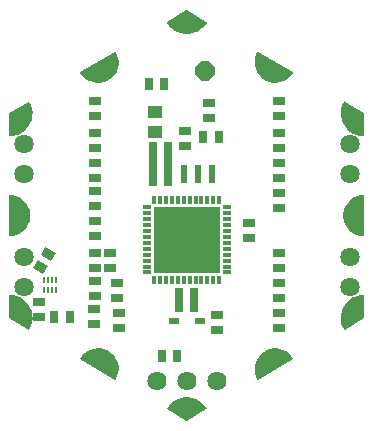
<source format=gbr>
G04 EAGLE Gerber RS-274X export*
G75*
%MOMM*%
%FSLAX34Y34*%
%LPD*%
%INSoldermask Bottom*%
%IPPOS*%
%AMOC8*
5,1,8,0,0,1.08239X$1,22.5*%
G01*
%ADD10R,0.801600X1.001600*%
%ADD11R,1.201600X1.101600*%
%ADD12P,1.759533X8X22.500000*%
%ADD13C,1.625600*%
%ADD14R,1.001600X0.801600*%
%ADD15R,0.355600X0.651600*%
%ADD16R,0.651600X0.355600*%
%ADD17R,5.701600X5.701600*%
%ADD18R,0.501600X1.501597*%
%ADD19C,1.101600*%
%ADD20C,1.631600*%
%ADD21R,0.251600X0.601600*%
%ADD22R,0.901600X0.601600*%

G36*
X-73116Y285545D02*
X-73116Y285545D01*
X-73082Y285553D01*
X-73034Y285554D01*
X-70279Y286093D01*
X-70246Y286106D01*
X-70199Y286115D01*
X-67570Y287100D01*
X-67540Y287118D01*
X-67495Y287135D01*
X-65064Y288539D01*
X-65038Y288562D01*
X-64996Y288586D01*
X-62829Y290371D01*
X-62807Y290398D01*
X-62769Y290428D01*
X-60925Y292545D01*
X-60908Y292576D01*
X-60877Y292612D01*
X-59406Y295004D01*
X-59394Y295036D01*
X-59369Y295077D01*
X-58313Y297679D01*
X-58306Y297713D01*
X-58288Y297757D01*
X-57674Y300497D01*
X-57673Y300532D01*
X-57663Y300579D01*
X-57508Y303382D01*
X-57513Y303417D01*
X-57510Y303465D01*
X-57819Y306255D01*
X-57830Y306288D01*
X-57835Y306336D01*
X-58599Y309038D01*
X-58615Y309069D01*
X-58628Y309115D01*
X-59826Y311654D01*
X-59844Y311678D01*
X-59854Y311705D01*
X-59902Y311757D01*
X-59945Y311814D01*
X-59970Y311828D01*
X-59990Y311850D01*
X-60055Y311878D01*
X-60117Y311914D01*
X-60146Y311918D01*
X-60172Y311929D01*
X-60244Y311930D01*
X-60314Y311939D01*
X-60342Y311931D01*
X-60371Y311932D01*
X-60465Y311897D01*
X-60505Y311885D01*
X-60514Y311879D01*
X-60527Y311874D01*
X-89972Y294874D01*
X-89994Y294854D01*
X-90020Y294842D01*
X-90053Y294805D01*
X-90059Y294801D01*
X-90064Y294794D01*
X-90068Y294789D01*
X-90121Y294742D01*
X-90134Y294716D01*
X-90153Y294694D01*
X-90176Y294627D01*
X-90207Y294563D01*
X-90208Y294533D01*
X-90217Y294506D01*
X-90212Y294435D01*
X-90216Y294364D01*
X-90205Y294336D01*
X-90203Y294307D01*
X-90161Y294217D01*
X-90146Y294178D01*
X-90139Y294169D01*
X-90133Y294157D01*
X-88533Y291850D01*
X-88508Y291826D01*
X-88480Y291786D01*
X-86523Y289773D01*
X-86494Y289754D01*
X-86460Y289719D01*
X-84198Y288056D01*
X-84167Y288042D01*
X-84128Y288013D01*
X-81623Y286745D01*
X-81589Y286736D01*
X-81546Y286714D01*
X-78867Y285876D01*
X-78832Y285873D01*
X-78786Y285858D01*
X-76005Y285473D01*
X-75970Y285475D01*
X-75923Y285468D01*
X-73116Y285545D01*
G37*
G36*
X60342Y34144D02*
X60342Y34144D01*
X60371Y34143D01*
X60465Y34178D01*
X60505Y34190D01*
X60514Y34196D01*
X60527Y34201D01*
X89972Y51201D01*
X89994Y51221D01*
X90020Y51233D01*
X90068Y51286D01*
X90121Y51333D01*
X90134Y51359D01*
X90153Y51381D01*
X90176Y51448D01*
X90207Y51512D01*
X90208Y51542D01*
X90217Y51569D01*
X90212Y51640D01*
X90216Y51711D01*
X90205Y51739D01*
X90203Y51768D01*
X90161Y51858D01*
X90146Y51897D01*
X90139Y51906D01*
X90133Y51918D01*
X88533Y54225D01*
X88508Y54249D01*
X88480Y54289D01*
X86523Y56302D01*
X86494Y56321D01*
X86460Y56356D01*
X84198Y58019D01*
X84167Y58033D01*
X84128Y58062D01*
X81623Y59330D01*
X81589Y59339D01*
X81546Y59361D01*
X78867Y60199D01*
X78832Y60202D01*
X78786Y60217D01*
X76005Y60602D01*
X75970Y60600D01*
X75923Y60607D01*
X73116Y60530D01*
X73082Y60522D01*
X73034Y60521D01*
X70279Y59982D01*
X70246Y59969D01*
X70199Y59960D01*
X67570Y58975D01*
X67540Y58957D01*
X67495Y58940D01*
X65064Y57536D01*
X65038Y57513D01*
X64996Y57489D01*
X62829Y55704D01*
X62807Y55677D01*
X62769Y55647D01*
X60925Y53530D01*
X60908Y53499D01*
X60877Y53463D01*
X59406Y51071D01*
X59394Y51039D01*
X59369Y50998D01*
X58313Y48396D01*
X58306Y48362D01*
X58288Y48318D01*
X57674Y45578D01*
X57673Y45543D01*
X57663Y45496D01*
X57508Y42693D01*
X57513Y42658D01*
X57510Y42610D01*
X57819Y39820D01*
X57830Y39787D01*
X57835Y39739D01*
X58599Y37037D01*
X58615Y37006D01*
X58628Y36960D01*
X59826Y34421D01*
X59844Y34397D01*
X59854Y34370D01*
X59902Y34318D01*
X59945Y34261D01*
X59970Y34247D01*
X59990Y34225D01*
X60055Y34197D01*
X60117Y34161D01*
X60146Y34157D01*
X60172Y34146D01*
X60244Y34145D01*
X60314Y34136D01*
X60342Y34144D01*
G37*
G36*
X-60219Y34170D02*
X-60219Y34170D01*
X-60148Y34175D01*
X-60122Y34189D01*
X-60093Y34194D01*
X-60035Y34234D01*
X-59972Y34267D01*
X-59953Y34289D01*
X-59929Y34306D01*
X-59872Y34387D01*
X-59845Y34420D01*
X-59842Y34431D01*
X-59834Y34442D01*
X-58639Y36979D01*
X-58630Y37013D01*
X-58610Y37057D01*
X-57848Y39756D01*
X-57846Y39790D01*
X-57833Y39837D01*
X-57526Y42624D01*
X-57529Y42652D01*
X-57527Y42660D01*
X-57528Y42665D01*
X-57524Y42707D01*
X-57680Y45507D01*
X-57689Y45540D01*
X-57692Y45589D01*
X-58307Y48325D01*
X-58321Y48356D01*
X-58331Y48403D01*
X-59388Y51001D01*
X-59408Y51030D01*
X-59426Y51075D01*
X-60896Y53463D01*
X-60920Y53488D01*
X-60945Y53529D01*
X-62788Y55643D01*
X-62816Y55664D01*
X-62847Y55700D01*
X-65013Y57482D01*
X-65044Y57498D01*
X-65081Y57529D01*
X-67511Y58929D01*
X-67544Y58940D01*
X-67585Y58965D01*
X-70212Y59946D01*
X-70246Y59952D01*
X-70292Y59969D01*
X-73044Y60504D01*
X-73079Y60504D01*
X-73126Y60513D01*
X-75930Y60589D01*
X-75964Y60583D01*
X-76012Y60584D01*
X-78790Y60197D01*
X-78823Y60186D01*
X-78870Y60179D01*
X-81546Y59340D01*
X-81577Y59323D01*
X-81623Y59309D01*
X-84124Y58041D01*
X-84151Y58020D01*
X-84194Y57998D01*
X-86453Y56335D01*
X-86476Y56310D01*
X-86515Y56281D01*
X-88470Y54270D01*
X-88488Y54241D01*
X-88522Y54206D01*
X-90118Y51900D01*
X-90130Y51874D01*
X-90148Y51851D01*
X-90158Y51820D01*
X-90165Y51809D01*
X-90169Y51782D01*
X-90197Y51718D01*
X-90197Y51688D01*
X-90205Y51660D01*
X-90197Y51590D01*
X-90198Y51519D01*
X-90186Y51492D01*
X-90183Y51463D01*
X-90148Y51401D01*
X-90121Y51335D01*
X-90100Y51315D01*
X-90086Y51290D01*
X-90009Y51226D01*
X-89978Y51197D01*
X-89968Y51192D01*
X-89957Y51184D01*
X-60535Y34222D01*
X-60507Y34213D01*
X-60483Y34197D01*
X-60414Y34182D01*
X-60346Y34159D01*
X-60317Y34162D01*
X-60289Y34156D01*
X-60219Y34170D01*
G37*
G36*
X75964Y285492D02*
X75964Y285492D01*
X76012Y285491D01*
X78790Y285878D01*
X78823Y285889D01*
X78870Y285896D01*
X81546Y286735D01*
X81577Y286752D01*
X81623Y286766D01*
X84124Y288034D01*
X84151Y288055D01*
X84194Y288077D01*
X86453Y289740D01*
X86476Y289765D01*
X86515Y289794D01*
X86843Y290131D01*
X87328Y290631D01*
X87813Y291130D01*
X88298Y291629D01*
X88470Y291805D01*
X88488Y291834D01*
X88522Y291869D01*
X90118Y294175D01*
X90130Y294201D01*
X90148Y294224D01*
X90169Y294292D01*
X90197Y294357D01*
X90197Y294387D01*
X90205Y294415D01*
X90197Y294485D01*
X90198Y294556D01*
X90186Y294583D01*
X90183Y294612D01*
X90148Y294674D01*
X90121Y294740D01*
X90100Y294760D01*
X90086Y294785D01*
X90024Y294836D01*
X90019Y294843D01*
X90009Y294849D01*
X89978Y294878D01*
X89968Y294883D01*
X89957Y294891D01*
X60535Y311853D01*
X60507Y311862D01*
X60483Y311878D01*
X60414Y311893D01*
X60346Y311916D01*
X60317Y311913D01*
X60289Y311919D01*
X60219Y311905D01*
X60148Y311900D01*
X60122Y311886D01*
X60093Y311881D01*
X60035Y311841D01*
X59972Y311808D01*
X59953Y311786D01*
X59929Y311769D01*
X59872Y311688D01*
X59845Y311655D01*
X59842Y311644D01*
X59834Y311633D01*
X58639Y309096D01*
X58630Y309062D01*
X58610Y309018D01*
X57848Y306319D01*
X57846Y306285D01*
X57833Y306238D01*
X57526Y303451D01*
X57529Y303416D01*
X57524Y303368D01*
X57680Y300568D01*
X57689Y300535D01*
X57692Y300486D01*
X58307Y297750D01*
X58321Y297719D01*
X58331Y297672D01*
X59388Y295074D01*
X59408Y295045D01*
X59426Y295000D01*
X60896Y292612D01*
X60920Y292587D01*
X60945Y292546D01*
X62788Y290432D01*
X62816Y290411D01*
X62847Y290375D01*
X65013Y288593D01*
X65044Y288577D01*
X65081Y288546D01*
X67511Y287146D01*
X67544Y287135D01*
X67585Y287110D01*
X70212Y286129D01*
X70246Y286123D01*
X70292Y286106D01*
X73044Y285571D01*
X73079Y285571D01*
X73126Y285562D01*
X75930Y285486D01*
X75964Y285492D01*
G37*
G36*
X-149981Y155562D02*
X-149981Y155562D01*
X-149967Y155561D01*
X-147172Y155791D01*
X-147139Y155801D01*
X-147091Y155805D01*
X-144371Y156491D01*
X-144340Y156506D01*
X-144293Y156518D01*
X-141724Y157643D01*
X-141696Y157663D01*
X-141652Y157682D01*
X-139303Y159214D01*
X-139278Y159239D01*
X-139238Y159265D01*
X-137173Y161163D01*
X-137153Y161191D01*
X-137148Y161196D01*
X-137137Y161203D01*
X-137133Y161209D01*
X-137118Y161224D01*
X-135393Y163436D01*
X-135378Y163467D01*
X-135348Y163505D01*
X-134012Y165970D01*
X-134002Y166003D01*
X-133979Y166046D01*
X-133066Y168698D01*
X-133062Y168732D01*
X-133046Y168778D01*
X-132583Y171543D01*
X-132584Y171578D01*
X-132576Y171626D01*
X-132574Y174430D01*
X-132581Y174464D01*
X-132581Y174512D01*
X-133040Y177279D01*
X-133053Y177311D01*
X-133061Y177359D01*
X-133970Y180012D01*
X-133987Y180042D01*
X-134003Y180087D01*
X-135336Y182555D01*
X-135358Y182581D01*
X-135381Y182624D01*
X-137102Y184838D01*
X-137128Y184861D01*
X-137158Y184899D01*
X-139220Y186800D01*
X-139249Y186818D01*
X-139285Y186850D01*
X-141632Y188386D01*
X-141664Y188399D01*
X-141704Y188425D01*
X-144272Y189553D01*
X-144305Y189561D01*
X-144350Y189580D01*
X-147068Y190270D01*
X-147102Y190272D01*
X-147149Y190284D01*
X-149944Y190518D01*
X-149973Y190514D01*
X-150002Y190519D01*
X-150071Y190503D01*
X-150141Y190494D01*
X-150167Y190480D01*
X-150195Y190473D01*
X-150252Y190431D01*
X-150314Y190396D01*
X-150332Y190373D01*
X-150355Y190355D01*
X-150392Y190294D01*
X-150435Y190238D01*
X-150442Y190209D01*
X-150457Y190184D01*
X-150474Y190086D01*
X-150484Y190045D01*
X-150482Y190034D01*
X-150485Y190020D01*
X-150507Y156059D01*
X-150501Y156031D01*
X-150504Y156001D01*
X-150482Y155934D01*
X-150468Y155864D01*
X-150451Y155840D01*
X-150442Y155812D01*
X-150396Y155759D01*
X-150355Y155700D01*
X-150331Y155685D01*
X-150312Y155663D01*
X-150248Y155631D01*
X-150188Y155593D01*
X-150159Y155588D01*
X-150133Y155575D01*
X-150034Y155567D01*
X-149992Y155560D01*
X-149981Y155562D01*
G37*
G36*
X150071Y155572D02*
X150071Y155572D01*
X150141Y155581D01*
X150167Y155595D01*
X150195Y155602D01*
X150252Y155644D01*
X150314Y155679D01*
X150332Y155702D01*
X150355Y155720D01*
X150392Y155781D01*
X150435Y155837D01*
X150442Y155866D01*
X150457Y155891D01*
X150474Y155989D01*
X150484Y156030D01*
X150482Y156041D01*
X150485Y156055D01*
X150507Y190016D01*
X150507Y190019D01*
X150507Y190021D01*
X150503Y190039D01*
X150501Y190044D01*
X150504Y190074D01*
X150482Y190141D01*
X150468Y190211D01*
X150451Y190235D01*
X150442Y190263D01*
X150396Y190316D01*
X150355Y190375D01*
X150331Y190390D01*
X150312Y190412D01*
X150248Y190444D01*
X150188Y190482D01*
X150159Y190487D01*
X150133Y190500D01*
X150034Y190508D01*
X149992Y190515D01*
X149981Y190513D01*
X149967Y190514D01*
X147172Y190284D01*
X147139Y190274D01*
X147091Y190270D01*
X144371Y189584D01*
X144340Y189569D01*
X144293Y189557D01*
X141724Y188432D01*
X141696Y188412D01*
X141652Y188393D01*
X139303Y186861D01*
X139278Y186836D01*
X139238Y186810D01*
X137173Y184912D01*
X137153Y184884D01*
X137118Y184851D01*
X135393Y182639D01*
X135378Y182608D01*
X135348Y182570D01*
X134012Y180105D01*
X134002Y180072D01*
X133979Y180029D01*
X133066Y177377D01*
X133062Y177343D01*
X133046Y177297D01*
X132583Y174532D01*
X132584Y174497D01*
X132576Y174449D01*
X132574Y171645D01*
X132581Y171611D01*
X132581Y171563D01*
X133040Y168796D01*
X133053Y168764D01*
X133061Y168716D01*
X133970Y166063D01*
X133987Y166033D01*
X134003Y165988D01*
X135336Y163520D01*
X135358Y163494D01*
X135381Y163451D01*
X137102Y161237D01*
X137128Y161214D01*
X137158Y161176D01*
X139220Y159275D01*
X139249Y159257D01*
X139285Y159225D01*
X141632Y157689D01*
X141664Y157676D01*
X141704Y157650D01*
X144272Y156522D01*
X144305Y156514D01*
X144350Y156495D01*
X147068Y155805D01*
X147102Y155803D01*
X147149Y155791D01*
X149944Y155557D01*
X149973Y155561D01*
X150002Y155556D01*
X150071Y155572D01*
G37*
G36*
X150105Y240116D02*
X150105Y240116D01*
X150176Y240124D01*
X150201Y240139D01*
X150229Y240145D01*
X150286Y240188D01*
X150348Y240223D01*
X150366Y240246D01*
X150389Y240263D01*
X150425Y240325D01*
X150468Y240382D01*
X150475Y240410D01*
X150490Y240435D01*
X150507Y240533D01*
X150517Y240574D01*
X150515Y240585D01*
X150518Y240599D01*
X150495Y259638D01*
X150479Y259714D01*
X150471Y259790D01*
X150460Y259810D01*
X150455Y259833D01*
X150411Y259896D01*
X150374Y259963D01*
X150354Y259980D01*
X150342Y259997D01*
X150305Y260021D01*
X150246Y260070D01*
X133769Y269609D01*
X133741Y269618D01*
X133717Y269635D01*
X133648Y269650D01*
X133580Y269672D01*
X133551Y269670D01*
X133523Y269676D01*
X133453Y269663D01*
X133382Y269657D01*
X133356Y269644D01*
X133328Y269638D01*
X133268Y269598D01*
X133205Y269566D01*
X133187Y269543D01*
X133163Y269527D01*
X133105Y269445D01*
X133078Y269413D01*
X133075Y269402D01*
X133067Y269391D01*
X131753Y266621D01*
X131745Y266588D01*
X131724Y266546D01*
X130871Y263601D01*
X130869Y263567D01*
X130855Y263522D01*
X130486Y260478D01*
X130488Y260444D01*
X130482Y260398D01*
X130606Y257334D01*
X130614Y257301D01*
X130616Y257254D01*
X131229Y254250D01*
X131242Y254219D01*
X131251Y254173D01*
X132339Y251306D01*
X132357Y251277D01*
X132373Y251233D01*
X133906Y248578D01*
X133929Y248552D01*
X133952Y248512D01*
X135891Y246137D01*
X135917Y246115D01*
X135947Y246079D01*
X138242Y244046D01*
X138271Y244029D01*
X138306Y243997D01*
X140897Y242358D01*
X140929Y242346D01*
X140969Y242321D01*
X143789Y241119D01*
X143823Y241112D01*
X143866Y241094D01*
X146843Y240360D01*
X146877Y240359D01*
X146922Y240347D01*
X149978Y240100D01*
X150007Y240104D01*
X150035Y240099D01*
X150105Y240116D01*
G37*
G36*
X-133453Y76412D02*
X-133453Y76412D01*
X-133382Y76418D01*
X-133356Y76431D01*
X-133328Y76437D01*
X-133268Y76477D01*
X-133205Y76509D01*
X-133187Y76532D01*
X-133163Y76548D01*
X-133105Y76630D01*
X-133078Y76662D01*
X-133075Y76673D01*
X-133067Y76684D01*
X-131753Y79454D01*
X-131745Y79487D01*
X-131724Y79529D01*
X-130871Y82474D01*
X-130869Y82508D01*
X-130855Y82553D01*
X-130486Y85597D01*
X-130488Y85631D01*
X-130482Y85677D01*
X-130606Y88741D01*
X-130614Y88774D01*
X-130616Y88821D01*
X-131229Y91825D01*
X-131242Y91856D01*
X-131251Y91902D01*
X-132339Y94769D01*
X-132357Y94798D01*
X-132373Y94842D01*
X-133906Y97497D01*
X-133929Y97523D01*
X-133952Y97563D01*
X-135891Y99938D01*
X-135917Y99960D01*
X-135947Y99996D01*
X-138242Y102029D01*
X-138271Y102046D01*
X-138306Y102078D01*
X-140897Y103717D01*
X-140929Y103729D01*
X-140969Y103754D01*
X-143789Y104956D01*
X-143823Y104963D01*
X-143866Y104981D01*
X-146843Y105715D01*
X-146877Y105716D01*
X-146922Y105728D01*
X-149978Y105975D01*
X-150007Y105971D01*
X-150035Y105976D01*
X-150105Y105959D01*
X-150176Y105951D01*
X-150201Y105936D01*
X-150229Y105930D01*
X-150286Y105887D01*
X-150348Y105852D01*
X-150366Y105829D01*
X-150389Y105812D01*
X-150425Y105750D01*
X-150468Y105693D01*
X-150475Y105665D01*
X-150490Y105640D01*
X-150507Y105542D01*
X-150517Y105501D01*
X-150515Y105490D01*
X-150518Y105476D01*
X-150495Y86437D01*
X-150479Y86361D01*
X-150471Y86285D01*
X-150460Y86265D01*
X-150455Y86242D01*
X-150411Y86179D01*
X-150374Y86112D01*
X-150354Y86095D01*
X-150342Y86078D01*
X-150305Y86054D01*
X-150246Y86005D01*
X-133769Y76466D01*
X-133741Y76457D01*
X-133717Y76440D01*
X-133648Y76425D01*
X-133580Y76403D01*
X-133551Y76405D01*
X-133523Y76399D01*
X-133453Y76412D01*
G37*
G36*
X133609Y76444D02*
X133609Y76444D01*
X133637Y76443D01*
X133733Y76479D01*
X133773Y76490D01*
X133781Y76497D01*
X133793Y76501D01*
X150247Y86001D01*
X150306Y86053D01*
X150368Y86099D01*
X150380Y86118D01*
X150396Y86133D01*
X150430Y86203D01*
X150470Y86270D01*
X150474Y86295D01*
X150482Y86312D01*
X150484Y86357D01*
X150497Y86434D01*
X150474Y105474D01*
X150469Y105502D01*
X150471Y105530D01*
X150449Y105598D01*
X150434Y105669D01*
X150418Y105692D01*
X150409Y105719D01*
X150362Y105773D01*
X150322Y105832D01*
X150298Y105848D01*
X150279Y105869D01*
X150215Y105901D01*
X150154Y105939D01*
X150126Y105944D01*
X150100Y105956D01*
X150000Y105965D01*
X149958Y105972D01*
X149947Y105970D01*
X149934Y105971D01*
X146885Y105721D01*
X146852Y105711D01*
X146805Y105708D01*
X143835Y104972D01*
X143805Y104957D01*
X143759Y104946D01*
X143538Y104852D01*
X142370Y104353D01*
X141203Y103854D01*
X141202Y103854D01*
X140946Y103744D01*
X140918Y103725D01*
X140874Y103706D01*
X138290Y102068D01*
X138266Y102044D01*
X138226Y102020D01*
X135938Y99988D01*
X135918Y99961D01*
X135883Y99930D01*
X133950Y97557D01*
X133934Y97527D01*
X133905Y97491D01*
X132378Y94839D01*
X132367Y94807D01*
X132344Y94767D01*
X131262Y91904D01*
X131257Y91871D01*
X131240Y91827D01*
X130631Y88828D01*
X130631Y88795D01*
X130622Y88749D01*
X130502Y85691D01*
X130508Y85658D01*
X130505Y85611D01*
X130878Y82574D01*
X130889Y82542D01*
X130894Y82495D01*
X131749Y79557D01*
X131765Y79527D01*
X131777Y79482D01*
X133093Y76719D01*
X133110Y76697D01*
X133119Y76670D01*
X133169Y76618D01*
X133212Y76560D01*
X133237Y76546D01*
X133256Y76525D01*
X133322Y76497D01*
X133384Y76461D01*
X133412Y76457D01*
X133438Y76446D01*
X133510Y76445D01*
X133581Y76436D01*
X133609Y76444D01*
G37*
G36*
X-149947Y240105D02*
X-149947Y240105D01*
X-149934Y240104D01*
X-146885Y240354D01*
X-146852Y240364D01*
X-146805Y240367D01*
X-143835Y241103D01*
X-143805Y241118D01*
X-143759Y241129D01*
X-143731Y241141D01*
X-143730Y241141D01*
X-142563Y241640D01*
X-141395Y242139D01*
X-140946Y242331D01*
X-140918Y242350D01*
X-140874Y242369D01*
X-138290Y244007D01*
X-138266Y244031D01*
X-138226Y244055D01*
X-135938Y246087D01*
X-135918Y246114D01*
X-135883Y246145D01*
X-133950Y248518D01*
X-133934Y248548D01*
X-133905Y248584D01*
X-132378Y251236D01*
X-132367Y251268D01*
X-132344Y251308D01*
X-131262Y254171D01*
X-131257Y254204D01*
X-131240Y254248D01*
X-130631Y257247D01*
X-130631Y257280D01*
X-130622Y257326D01*
X-130502Y260384D01*
X-130508Y260417D01*
X-130505Y260464D01*
X-130878Y263501D01*
X-130889Y263533D01*
X-130894Y263580D01*
X-131749Y266518D01*
X-131765Y266548D01*
X-131777Y266593D01*
X-133093Y269356D01*
X-133110Y269378D01*
X-133119Y269405D01*
X-133169Y269457D01*
X-133212Y269515D01*
X-133237Y269529D01*
X-133256Y269550D01*
X-133322Y269578D01*
X-133384Y269614D01*
X-133412Y269618D01*
X-133438Y269629D01*
X-133510Y269630D01*
X-133581Y269639D01*
X-133609Y269631D01*
X-133637Y269632D01*
X-133733Y269596D01*
X-133773Y269585D01*
X-133781Y269578D01*
X-133793Y269574D01*
X-150247Y260074D01*
X-150306Y260022D01*
X-150368Y259976D01*
X-150380Y259957D01*
X-150396Y259942D01*
X-150430Y259872D01*
X-150470Y259805D01*
X-150474Y259780D01*
X-150482Y259763D01*
X-150484Y259718D01*
X-150497Y259641D01*
X-150474Y240601D01*
X-150469Y240573D01*
X-150471Y240545D01*
X-150449Y240477D01*
X-150434Y240406D01*
X-150418Y240383D01*
X-150409Y240356D01*
X-150362Y240302D01*
X-150322Y240243D01*
X-150298Y240227D01*
X-150279Y240206D01*
X-150215Y240174D01*
X-150154Y240136D01*
X-150126Y240131D01*
X-150100Y240119D01*
X-150000Y240110D01*
X-149958Y240103D01*
X-149947Y240105D01*
G37*
G36*
X1560Y326782D02*
X1560Y326782D01*
X1607Y326782D01*
X4628Y327269D01*
X4660Y327281D01*
X4706Y327288D01*
X7610Y328254D01*
X7639Y328271D01*
X7684Y328285D01*
X10395Y329704D01*
X10421Y329725D01*
X10463Y329747D01*
X12911Y331582D01*
X12934Y331607D01*
X12971Y331635D01*
X15093Y333839D01*
X15112Y333868D01*
X15144Y333902D01*
X16886Y336418D01*
X16897Y336444D01*
X16915Y336466D01*
X16936Y336535D01*
X16964Y336601D01*
X16964Y336629D01*
X16972Y336657D01*
X16964Y336728D01*
X16965Y336799D01*
X16954Y336826D01*
X16950Y336854D01*
X16916Y336917D01*
X16888Y336983D01*
X16867Y337003D01*
X16853Y337028D01*
X16776Y337092D01*
X16745Y337122D01*
X16735Y337126D01*
X16725Y337134D01*
X248Y346673D01*
X174Y346698D01*
X103Y346729D01*
X81Y346730D01*
X59Y346737D01*
X-18Y346731D01*
X-96Y346732D01*
X-119Y346723D01*
X-139Y346721D01*
X-178Y346701D01*
X-252Y346674D01*
X-16706Y337174D01*
X-16728Y337155D01*
X-16753Y337143D01*
X-16801Y337090D01*
X-16855Y337042D01*
X-16867Y337016D01*
X-16886Y336995D01*
X-16910Y336927D01*
X-16941Y336863D01*
X-16942Y336834D01*
X-16952Y336807D01*
X-16947Y336736D01*
X-16950Y336664D01*
X-16940Y336637D01*
X-16938Y336609D01*
X-16895Y336517D01*
X-16881Y336478D01*
X-16873Y336470D01*
X-16868Y336458D01*
X-15133Y333938D01*
X-15108Y333914D01*
X-15082Y333876D01*
X-12965Y331666D01*
X-12937Y331647D01*
X-12905Y331613D01*
X-10461Y329772D01*
X-10430Y329757D01*
X-10393Y329729D01*
X-7685Y328304D01*
X-7653Y328294D01*
X-7612Y328272D01*
X-4710Y327300D01*
X-4677Y327296D01*
X-4676Y327295D01*
X-4632Y327280D01*
X-1613Y326786D01*
X-1579Y326787D01*
X-1533Y326779D01*
X1527Y326776D01*
X1560Y326782D01*
G37*
G36*
X18Y-656D02*
X18Y-656D01*
X96Y-657D01*
X119Y-648D01*
X139Y-646D01*
X178Y-626D01*
X252Y-599D01*
X16706Y8901D01*
X16728Y8920D01*
X16753Y8932D01*
X16788Y8970D01*
X16791Y8972D01*
X16794Y8977D01*
X16801Y8985D01*
X16855Y9033D01*
X16867Y9059D01*
X16886Y9080D01*
X16910Y9148D01*
X16941Y9212D01*
X16942Y9241D01*
X16952Y9268D01*
X16947Y9339D01*
X16950Y9411D01*
X16940Y9438D01*
X16938Y9466D01*
X16895Y9558D01*
X16881Y9597D01*
X16873Y9605D01*
X16868Y9617D01*
X15133Y12137D01*
X15108Y12161D01*
X15082Y12199D01*
X12965Y14409D01*
X12937Y14428D01*
X12905Y14462D01*
X10461Y16303D01*
X10430Y16318D01*
X10393Y16346D01*
X7685Y17771D01*
X7653Y17781D01*
X7612Y17803D01*
X4710Y18775D01*
X4687Y18778D01*
X4674Y18780D01*
X4632Y18795D01*
X1613Y19289D01*
X1579Y19288D01*
X1533Y19296D01*
X-1527Y19299D01*
X-1560Y19293D01*
X-1607Y19293D01*
X-4628Y18806D01*
X-4660Y18794D01*
X-4706Y18787D01*
X-7610Y17821D01*
X-7639Y17804D01*
X-7684Y17790D01*
X-10395Y16371D01*
X-10421Y16350D01*
X-10463Y16328D01*
X-12911Y14493D01*
X-12934Y14468D01*
X-12971Y14440D01*
X-15093Y12236D01*
X-15112Y12207D01*
X-15144Y12173D01*
X-16886Y9657D01*
X-16897Y9631D01*
X-16915Y9609D01*
X-16936Y9540D01*
X-16964Y9474D01*
X-16964Y9446D01*
X-16972Y9418D01*
X-16964Y9347D01*
X-16965Y9276D01*
X-16954Y9249D01*
X-16950Y9221D01*
X-16916Y9158D01*
X-16888Y9092D01*
X-16867Y9072D01*
X-16853Y9047D01*
X-16776Y8983D01*
X-16745Y8953D01*
X-16735Y8949D01*
X-16725Y8941D01*
X-248Y-598D01*
X-174Y-623D01*
X-103Y-654D01*
X-81Y-655D01*
X-59Y-662D01*
X18Y-656D01*
G37*
D10*
X-28725Y220663D03*
X-15725Y220663D03*
X-6500Y106363D03*
X6500Y106363D03*
X-6500Y96838D03*
X6500Y96838D03*
X-28725Y211138D03*
X-15725Y211138D03*
X-28725Y203200D03*
X-15725Y203200D03*
X-28725Y230188D03*
X-15725Y230188D03*
X27138Y239713D03*
X14138Y239713D03*
D11*
X-26988Y243913D03*
X-26988Y260913D03*
D12*
X15875Y295275D03*
D13*
X-25400Y33338D03*
X0Y33338D03*
X25400Y33338D03*
D10*
X-31900Y284163D03*
X-18900Y284163D03*
D14*
X-1588Y244625D03*
X-1588Y231625D03*
D10*
X-7788Y53975D03*
X-20788Y53975D03*
D15*
X-27507Y186200D03*
X-22506Y186200D03*
X-17504Y186200D03*
X-12503Y186200D03*
X-7502Y186200D03*
X-2501Y186200D03*
X2501Y186200D03*
X7502Y186200D03*
X12503Y186200D03*
X17504Y186200D03*
X22506Y186200D03*
X27507Y186200D03*
D16*
X33800Y179907D03*
X33800Y174906D03*
X33800Y169904D03*
X33800Y164903D03*
X33800Y159902D03*
X33800Y154901D03*
X33800Y149899D03*
X33800Y144898D03*
X33800Y139897D03*
X33800Y134896D03*
X33800Y129894D03*
X33800Y124893D03*
D15*
X27507Y118600D03*
X22506Y118600D03*
X17504Y118600D03*
X12503Y118600D03*
X7502Y118600D03*
X2501Y118600D03*
X-2501Y118600D03*
X-7502Y118600D03*
X-12503Y118600D03*
X-17504Y118600D03*
X-22506Y118600D03*
X-27507Y118600D03*
D16*
X-33800Y124893D03*
X-33800Y129894D03*
X-33800Y134896D03*
X-33800Y139897D03*
X-33800Y144898D03*
X-33800Y149899D03*
X-33800Y154901D03*
X-33800Y159902D03*
X-33800Y164903D03*
X-33800Y169904D03*
X-33800Y174906D03*
X-33800Y179907D03*
D17*
X0Y152400D03*
D18*
X21525Y207963D03*
X9525Y207963D03*
X-2475Y207963D03*
D19*
X-16Y338266D03*
X143067Y255638D03*
X143084Y90409D03*
X16Y7809D03*
X-143067Y90438D03*
X-143084Y255666D03*
X71551Y296908D03*
X143051Y173067D03*
X71550Y49109D03*
X-71551Y49167D03*
X-143051Y173008D03*
X-71550Y296966D03*
D20*
X138113Y138113D03*
X138113Y112713D03*
X-138113Y233363D03*
X-138113Y207963D03*
X-138113Y138113D03*
X-138113Y112713D03*
X138113Y233363D03*
X138113Y207963D03*
D14*
X-77788Y230038D03*
X-77788Y243038D03*
X52388Y153838D03*
X52388Y166838D03*
X19050Y255438D03*
X19050Y268438D03*
X77788Y257025D03*
X77788Y270025D03*
D21*
X-121138Y118300D03*
X-117638Y118300D03*
X-114138Y118300D03*
X-110638Y118300D03*
X-110638Y110300D03*
X-114138Y110300D03*
X-117638Y110300D03*
X-121138Y110300D03*
D10*
G36*
X-117559Y130275D02*
X-121567Y123333D01*
X-130241Y128341D01*
X-126233Y135283D01*
X-117559Y130275D01*
G37*
G36*
X-111059Y141534D02*
X-115067Y134592D01*
X-123741Y139600D01*
X-119733Y146542D01*
X-111059Y141534D01*
G37*
D14*
X-125413Y100163D03*
X-125413Y87163D03*
X-78581Y94025D03*
X-78581Y81025D03*
D10*
X-112069Y87100D03*
X-99069Y87100D03*
D14*
X77788Y204638D03*
X77788Y217638D03*
X-77788Y257025D03*
X-77788Y270025D03*
X77788Y103038D03*
X77788Y116038D03*
X77788Y128438D03*
X77788Y141438D03*
X77788Y230038D03*
X77788Y243038D03*
X-77788Y204638D03*
X-77788Y217638D03*
X-65088Y128438D03*
X-65088Y141438D03*
X25400Y76050D03*
X25400Y89050D03*
X-77788Y180825D03*
X-77788Y193825D03*
X-77788Y155425D03*
X-77788Y168425D03*
X-77788Y128438D03*
X-77788Y141438D03*
X-77788Y104625D03*
X-77788Y117625D03*
X-57150Y77638D03*
X-57150Y90638D03*
X-58738Y103038D03*
X-58738Y116038D03*
X77788Y77638D03*
X77788Y90638D03*
X77788Y179238D03*
X77788Y192238D03*
D22*
X11000Y84138D03*
X-11000Y84138D03*
M02*

</source>
